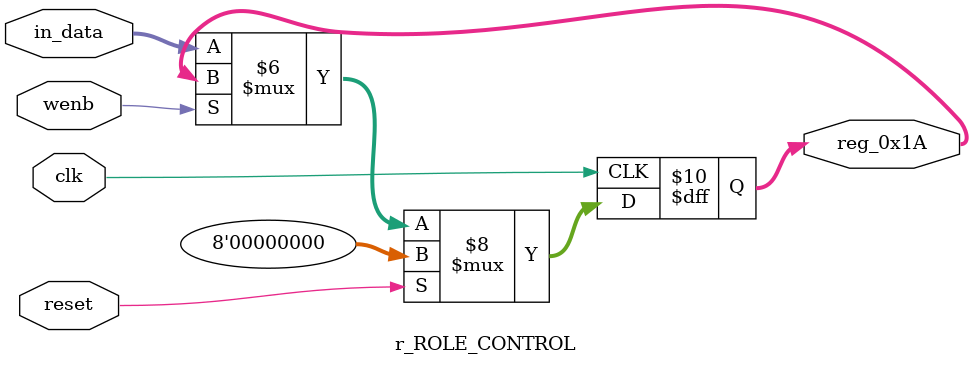
<source format=v>
module r_ROLE_CONTROL(output reg [7:0] reg_0x1A, input wire reset, input wire wenb, input wire [7:0] in_data, input wire clk);
	always@(posedge clk)
	begin
		if(reset==0) begin
			if(wenb==0)
				reg_0x1A<=in_data;
			else
				reg_0x1A<=reg_0x1A;
		end
		else
			reg_0x1A<=8'h00;
	end
endmodule
</source>
